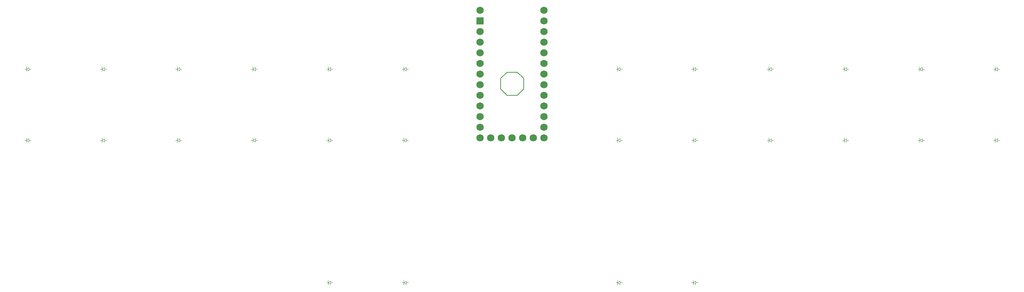
<source format=gbr>
%TF.GenerationSoftware,KiCad,Pcbnew,9.0.0*%
%TF.CreationDate,2025-03-17T14:32:25+01:00*%
%TF.ProjectId,pcb,7063622e-6b69-4636-9164-5f7063625858,v1.0.0*%
%TF.SameCoordinates,Original*%
%TF.FileFunction,Legend,Bot*%
%TF.FilePolarity,Positive*%
%FSLAX46Y46*%
G04 Gerber Fmt 4.6, Leading zero omitted, Abs format (unit mm)*
G04 Created by KiCad (PCBNEW 9.0.0) date 2025-03-17 14:32:25*
%MOMM*%
%LPD*%
G01*
G04 APERTURE LIST*
%ADD10C,0.100000*%
%ADD11C,0.150000*%
%ADD12C,1.752600*%
%ADD13R,1.752600X1.752600*%
G04 APERTURE END LIST*
D10*
%TO.C,D1*%
X100250000Y-105000000D02*
X100750000Y-105000000D01*
X100250000Y-105400000D02*
X99650000Y-105000000D01*
X100250000Y-104600000D02*
X100250000Y-105400000D01*
X99650000Y-105000000D02*
X100250000Y-104600000D01*
X99650000Y-105000000D02*
X99650000Y-105550000D01*
X99650000Y-105000000D02*
X99650000Y-104450000D01*
X99250000Y-105000000D02*
X99650000Y-105000000D01*
%TO.C,D2*%
X100250000Y-88000000D02*
X100750000Y-88000000D01*
X100250000Y-88400000D02*
X99650000Y-88000000D01*
X100250000Y-87600000D02*
X100250000Y-88400000D01*
X99650000Y-88000000D02*
X100250000Y-87600000D01*
X99650000Y-88000000D02*
X99650000Y-88550000D01*
X99650000Y-88000000D02*
X99650000Y-87450000D01*
X99250000Y-88000000D02*
X99650000Y-88000000D01*
%TO.C,D3*%
X118250000Y-105000000D02*
X118750000Y-105000000D01*
X118250000Y-105400000D02*
X117650000Y-105000000D01*
X118250000Y-104600000D02*
X118250000Y-105400000D01*
X117650000Y-105000000D02*
X118250000Y-104600000D01*
X117650000Y-105000000D02*
X117650000Y-105550000D01*
X117650000Y-105000000D02*
X117650000Y-104450000D01*
X117250000Y-105000000D02*
X117650000Y-105000000D01*
%TO.C,D4*%
X118250000Y-88000000D02*
X118750000Y-88000000D01*
X118250000Y-88400000D02*
X117650000Y-88000000D01*
X118250000Y-87600000D02*
X118250000Y-88400000D01*
X117650000Y-88000000D02*
X118250000Y-87600000D01*
X117650000Y-88000000D02*
X117650000Y-88550000D01*
X117650000Y-88000000D02*
X117650000Y-87450000D01*
X117250000Y-88000000D02*
X117650000Y-88000000D01*
%TO.C,D5*%
X136250000Y-105000000D02*
X136750000Y-105000000D01*
X136250000Y-105400000D02*
X135650000Y-105000000D01*
X136250000Y-104600000D02*
X136250000Y-105400000D01*
X135650000Y-105000000D02*
X136250000Y-104600000D01*
X135650000Y-105000000D02*
X135650000Y-105550000D01*
X135650000Y-105000000D02*
X135650000Y-104450000D01*
X135250000Y-105000000D02*
X135650000Y-105000000D01*
%TO.C,D6*%
X136250000Y-88000000D02*
X136750000Y-88000000D01*
X136250000Y-88400000D02*
X135650000Y-88000000D01*
X136250000Y-87600000D02*
X136250000Y-88400000D01*
X135650000Y-88000000D02*
X136250000Y-87600000D01*
X135650000Y-88000000D02*
X135650000Y-88550000D01*
X135650000Y-88000000D02*
X135650000Y-87450000D01*
X135250000Y-88000000D02*
X135650000Y-88000000D01*
%TO.C,D7*%
X154250000Y-105000000D02*
X154750000Y-105000000D01*
X154250000Y-105400000D02*
X153650000Y-105000000D01*
X154250000Y-104600000D02*
X154250000Y-105400000D01*
X153650000Y-105000000D02*
X154250000Y-104600000D01*
X153650000Y-105000000D02*
X153650000Y-105550000D01*
X153650000Y-105000000D02*
X153650000Y-104450000D01*
X153250000Y-105000000D02*
X153650000Y-105000000D01*
%TO.C,D8*%
X154250000Y-88000000D02*
X154750000Y-88000000D01*
X154250000Y-88400000D02*
X153650000Y-88000000D01*
X154250000Y-87600000D02*
X154250000Y-88400000D01*
X153650000Y-88000000D02*
X154250000Y-87600000D01*
X153650000Y-88000000D02*
X153650000Y-88550000D01*
X153650000Y-88000000D02*
X153650000Y-87450000D01*
X153250000Y-88000000D02*
X153650000Y-88000000D01*
%TO.C,D9*%
X172250000Y-105000000D02*
X172750000Y-105000000D01*
X172250000Y-105400000D02*
X171650000Y-105000000D01*
X172250000Y-104600000D02*
X172250000Y-105400000D01*
X171650000Y-105000000D02*
X172250000Y-104600000D01*
X171650000Y-105000000D02*
X171650000Y-105550000D01*
X171650000Y-105000000D02*
X171650000Y-104450000D01*
X171250000Y-105000000D02*
X171650000Y-105000000D01*
%TO.C,D10*%
X172250000Y-88000000D02*
X172750000Y-88000000D01*
X172250000Y-88400000D02*
X171650000Y-88000000D01*
X172250000Y-87600000D02*
X172250000Y-88400000D01*
X171650000Y-88000000D02*
X172250000Y-87600000D01*
X171650000Y-88000000D02*
X171650000Y-88550000D01*
X171650000Y-88000000D02*
X171650000Y-87450000D01*
X171250000Y-88000000D02*
X171650000Y-88000000D01*
%TO.C,D11*%
X190250000Y-105000000D02*
X190750000Y-105000000D01*
X190250000Y-105400000D02*
X189650000Y-105000000D01*
X190250000Y-104600000D02*
X190250000Y-105400000D01*
X189650000Y-105000000D02*
X190250000Y-104600000D01*
X189650000Y-105000000D02*
X189650000Y-105550000D01*
X189650000Y-105000000D02*
X189650000Y-104450000D01*
X189250000Y-105000000D02*
X189650000Y-105000000D01*
%TO.C,D12*%
X190250000Y-88000000D02*
X190750000Y-88000000D01*
X190250000Y-88400000D02*
X189650000Y-88000000D01*
X190250000Y-87600000D02*
X190250000Y-88400000D01*
X189650000Y-88000000D02*
X190250000Y-87600000D01*
X189650000Y-88000000D02*
X189650000Y-88550000D01*
X189650000Y-88000000D02*
X189650000Y-87450000D01*
X189250000Y-88000000D02*
X189650000Y-88000000D01*
%TO.C,D13*%
X241250000Y-105000000D02*
X241750000Y-105000000D01*
X241250000Y-105400000D02*
X240650000Y-105000000D01*
X241250000Y-104600000D02*
X241250000Y-105400000D01*
X240650000Y-105000000D02*
X241250000Y-104600000D01*
X240650000Y-105000000D02*
X240650000Y-105550000D01*
X240650000Y-105000000D02*
X240650000Y-104450000D01*
X240250000Y-105000000D02*
X240650000Y-105000000D01*
%TO.C,D14*%
X241250000Y-88000000D02*
X241750000Y-88000000D01*
X241250000Y-88400000D02*
X240650000Y-88000000D01*
X241250000Y-87600000D02*
X241250000Y-88400000D01*
X240650000Y-88000000D02*
X241250000Y-87600000D01*
X240650000Y-88000000D02*
X240650000Y-88550000D01*
X240650000Y-88000000D02*
X240650000Y-87450000D01*
X240250000Y-88000000D02*
X240650000Y-88000000D01*
%TO.C,D15*%
X259250000Y-105000000D02*
X259750000Y-105000000D01*
X259250000Y-105400000D02*
X258650000Y-105000000D01*
X259250000Y-104600000D02*
X259250000Y-105400000D01*
X258650000Y-105000000D02*
X259250000Y-104600000D01*
X258650000Y-105000000D02*
X258650000Y-105550000D01*
X258650000Y-105000000D02*
X258650000Y-104450000D01*
X258250000Y-105000000D02*
X258650000Y-105000000D01*
%TO.C,D16*%
X259250000Y-88000000D02*
X259750000Y-88000000D01*
X259250000Y-88400000D02*
X258650000Y-88000000D01*
X259250000Y-87600000D02*
X259250000Y-88400000D01*
X258650000Y-88000000D02*
X259250000Y-87600000D01*
X258650000Y-88000000D02*
X258650000Y-88550000D01*
X258650000Y-88000000D02*
X258650000Y-87450000D01*
X258250000Y-88000000D02*
X258650000Y-88000000D01*
%TO.C,D17*%
X277250000Y-105000000D02*
X277750000Y-105000000D01*
X277250000Y-105400000D02*
X276650000Y-105000000D01*
X277250000Y-104600000D02*
X277250000Y-105400000D01*
X276650000Y-105000000D02*
X277250000Y-104600000D01*
X276650000Y-105000000D02*
X276650000Y-105550000D01*
X276650000Y-105000000D02*
X276650000Y-104450000D01*
X276250000Y-105000000D02*
X276650000Y-105000000D01*
%TO.C,D18*%
X277250000Y-88000000D02*
X277750000Y-88000000D01*
X277250000Y-88400000D02*
X276650000Y-88000000D01*
X277250000Y-87600000D02*
X277250000Y-88400000D01*
X276650000Y-88000000D02*
X277250000Y-87600000D01*
X276650000Y-88000000D02*
X276650000Y-88550000D01*
X276650000Y-88000000D02*
X276650000Y-87450000D01*
X276250000Y-88000000D02*
X276650000Y-88000000D01*
%TO.C,D19*%
X295250000Y-105000000D02*
X295750000Y-105000000D01*
X295250000Y-105400000D02*
X294650000Y-105000000D01*
X295250000Y-104600000D02*
X295250000Y-105400000D01*
X294650000Y-105000000D02*
X295250000Y-104600000D01*
X294650000Y-105000000D02*
X294650000Y-105550000D01*
X294650000Y-105000000D02*
X294650000Y-104450000D01*
X294250000Y-105000000D02*
X294650000Y-105000000D01*
%TO.C,D20*%
X295250000Y-88000000D02*
X295750000Y-88000000D01*
X295250000Y-88400000D02*
X294650000Y-88000000D01*
X295250000Y-87600000D02*
X295250000Y-88400000D01*
X294650000Y-88000000D02*
X295250000Y-87600000D01*
X294650000Y-88000000D02*
X294650000Y-88550000D01*
X294650000Y-88000000D02*
X294650000Y-87450000D01*
X294250000Y-88000000D02*
X294650000Y-88000000D01*
%TO.C,D21*%
X313250000Y-105000000D02*
X313750000Y-105000000D01*
X313250000Y-105400000D02*
X312650000Y-105000000D01*
X313250000Y-104600000D02*
X313250000Y-105400000D01*
X312650000Y-105000000D02*
X313250000Y-104600000D01*
X312650000Y-105000000D02*
X312650000Y-105550000D01*
X312650000Y-105000000D02*
X312650000Y-104450000D01*
X312250000Y-105000000D02*
X312650000Y-105000000D01*
%TO.C,D22*%
X313250000Y-88000000D02*
X313750000Y-88000000D01*
X313250000Y-88400000D02*
X312650000Y-88000000D01*
X313250000Y-87600000D02*
X313250000Y-88400000D01*
X312650000Y-88000000D02*
X313250000Y-87600000D01*
X312650000Y-88000000D02*
X312650000Y-88550000D01*
X312650000Y-88000000D02*
X312650000Y-87450000D01*
X312250000Y-88000000D02*
X312650000Y-88000000D01*
%TO.C,D23*%
X331250000Y-105000000D02*
X331750000Y-105000000D01*
X331250000Y-105400000D02*
X330650000Y-105000000D01*
X331250000Y-104600000D02*
X331250000Y-105400000D01*
X330650000Y-105000000D02*
X331250000Y-104600000D01*
X330650000Y-105000000D02*
X330650000Y-105550000D01*
X330650000Y-105000000D02*
X330650000Y-104450000D01*
X330250000Y-105000000D02*
X330650000Y-105000000D01*
%TO.C,D24*%
X331250000Y-88000000D02*
X331750000Y-88000000D01*
X331250000Y-88400000D02*
X330650000Y-88000000D01*
X331250000Y-87600000D02*
X331250000Y-88400000D01*
X330650000Y-88000000D02*
X331250000Y-87600000D01*
X330650000Y-88000000D02*
X330650000Y-88550000D01*
X330650000Y-88000000D02*
X330650000Y-87450000D01*
X330250000Y-88000000D02*
X330650000Y-88000000D01*
%TO.C,D25*%
X172250000Y-139000000D02*
X172750000Y-139000000D01*
X172250000Y-139400000D02*
X171650000Y-139000000D01*
X172250000Y-138600000D02*
X172250000Y-139400000D01*
X171650000Y-139000000D02*
X172250000Y-138600000D01*
X171650000Y-139000000D02*
X171650000Y-139550000D01*
X171650000Y-139000000D02*
X171650000Y-138450000D01*
X171250000Y-139000000D02*
X171650000Y-139000000D01*
%TO.C,D26*%
X190250000Y-139000000D02*
X190750000Y-139000000D01*
X190250000Y-139400000D02*
X189650000Y-139000000D01*
X190250000Y-138600000D02*
X190250000Y-139400000D01*
X189650000Y-139000000D02*
X190250000Y-138600000D01*
X189650000Y-139000000D02*
X189650000Y-139550000D01*
X189650000Y-139000000D02*
X189650000Y-138450000D01*
X189250000Y-139000000D02*
X189650000Y-139000000D01*
%TO.C,D27*%
X241250000Y-139000000D02*
X241750000Y-139000000D01*
X241250000Y-139400000D02*
X240650000Y-139000000D01*
X241250000Y-138600000D02*
X241250000Y-139400000D01*
X240650000Y-139000000D02*
X241250000Y-138600000D01*
X240650000Y-139000000D02*
X240650000Y-139550000D01*
X240650000Y-139000000D02*
X240650000Y-138450000D01*
X240250000Y-139000000D02*
X240650000Y-139000000D01*
%TO.C,D28*%
X259250000Y-139000000D02*
X259750000Y-139000000D01*
X259250000Y-139400000D02*
X258650000Y-139000000D01*
X259250000Y-138600000D02*
X259250000Y-139400000D01*
X258650000Y-139000000D02*
X259250000Y-138600000D01*
X258650000Y-139000000D02*
X258650000Y-139550000D01*
X258650000Y-139000000D02*
X258650000Y-138450000D01*
X258250000Y-139000000D02*
X258650000Y-139000000D01*
D11*
%TO.C,B1*%
X218250000Y-92750000D02*
X216750000Y-94250000D01*
X218250000Y-90250000D02*
X216750000Y-88750000D01*
X218250000Y-90250000D02*
X218250000Y-92750000D01*
X214250000Y-94250000D02*
X216750000Y-94250000D01*
X214250000Y-88750000D02*
X216750000Y-88750000D01*
X212750000Y-92750000D02*
X214250000Y-94250000D01*
X212750000Y-90250000D02*
X214250000Y-88750000D01*
X212750000Y-90250000D02*
X212750000Y-92750000D01*
%TD*%
D12*
%TO.C,MCU1*%
X207880000Y-73990000D03*
D13*
X207880000Y-76530000D03*
D12*
X207880000Y-79070000D03*
X207880000Y-81610000D03*
X207880000Y-84150000D03*
X207880000Y-86690000D03*
X207880000Y-89230000D03*
X207880000Y-91770000D03*
X207880000Y-94310000D03*
X207880000Y-96850000D03*
X207880000Y-99390000D03*
X207880000Y-101930000D03*
X207880000Y-104470000D03*
X220580000Y-104470000D03*
X218040000Y-104470000D03*
X215500000Y-104470000D03*
X212960000Y-104470000D03*
X210420000Y-104470000D03*
X223120000Y-73990000D03*
X223120000Y-76530000D03*
X223120000Y-79070000D03*
X223120000Y-81610000D03*
X223120000Y-84150000D03*
X223120000Y-86690000D03*
X223120000Y-89230000D03*
X223120000Y-91770000D03*
X223120000Y-94310000D03*
X223120000Y-96850000D03*
X223120000Y-99390000D03*
X223120000Y-101930000D03*
X223120000Y-104470000D03*
%TD*%
M02*

</source>
